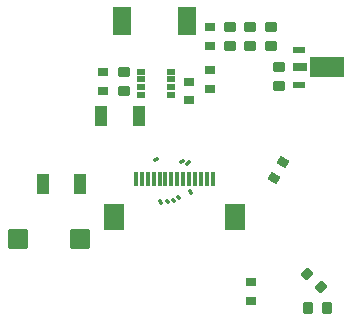
<source format=gbr>
%TF.GenerationSoftware,KiCad,Pcbnew,(6.0.1)*%
%TF.CreationDate,2022-12-05T15:25:32+08:00*%
%TF.ProjectId,IMU_base_V7.1,494d555f-6261-4736-955f-56372e312e6b,rev?*%
%TF.SameCoordinates,Original*%
%TF.FileFunction,Paste,Bot*%
%TF.FilePolarity,Positive*%
%FSLAX46Y46*%
G04 Gerber Fmt 4.6, Leading zero omitted, Abs format (unit mm)*
G04 Created by KiCad (PCBNEW (6.0.1)) date 2022-12-05 15:25:32*
%MOMM*%
%LPD*%
G01*
G04 APERTURE LIST*
G04 Aperture macros list*
%AMRoundRect*
0 Rectangle with rounded corners*
0 $1 Rounding radius*
0 $2 $3 $4 $5 $6 $7 $8 $9 X,Y pos of 4 corners*
0 Add a 4 corners polygon primitive as box body*
4,1,4,$2,$3,$4,$5,$6,$7,$8,$9,$2,$3,0*
0 Add four circle primitives for the rounded corners*
1,1,$1+$1,$2,$3*
1,1,$1+$1,$4,$5*
1,1,$1+$1,$6,$7*
1,1,$1+$1,$8,$9*
0 Add four rect primitives between the rounded corners*
20,1,$1+$1,$2,$3,$4,$5,0*
20,1,$1+$1,$4,$5,$6,$7,0*
20,1,$1+$1,$6,$7,$8,$9,0*
20,1,$1+$1,$8,$9,$2,$3,0*%
G04 Aperture macros list end*
%ADD10C,0.300000*%
%ADD11RoundRect,0.000000X0.400000X0.320000X-0.400000X0.320000X-0.400000X-0.320000X0.400000X-0.320000X0*%
%ADD12R,1.500000X2.400000*%
%ADD13RoundRect,0.000000X0.340000X-0.425000X0.340000X0.425000X-0.340000X0.425000X-0.340000X-0.425000X0*%
%ADD14RoundRect,0.000000X-0.425000X-0.340000X0.425000X-0.340000X0.425000X0.340000X-0.425000X0.340000X0*%
%ADD15RoundRect,0.000000X0.056569X0.509117X-0.509117X-0.056569X-0.056569X-0.509117X0.509117X0.056569X0*%
%ADD16RoundRect,0.000000X-0.400000X-0.320000X0.400000X-0.320000X0.400000X0.320000X-0.400000X0.320000X0*%
%ADD17RoundRect,0.000000X-0.297500X-0.170000X0.297500X-0.170000X0.297500X0.170000X-0.297500X0.170000X0*%
%ADD18RoundRect,0.000000X0.506410X0.077128X-0.186410X0.477128X-0.506410X-0.077128X0.186410X-0.477128X0*%
%ADD19RoundRect,0.000000X0.480000X-0.248000X0.480000X0.248000X-0.480000X0.248000X-0.480000X-0.248000X0*%
%ADD20RoundRect,0.000000X0.552500X-0.263500X0.552500X0.263500X-0.552500X0.263500X-0.552500X-0.263500X0*%
%ADD21RoundRect,0.000000X1.381250X-0.807500X1.381250X0.807500X-1.381250X0.807500X-1.381250X-0.807500X0*%
%ADD22RoundRect,0.000000X0.495000X-0.787500X0.495000X0.787500X-0.495000X0.787500X-0.495000X-0.787500X0*%
%ADD23RoundRect,0.000000X0.425000X0.340000X-0.425000X0.340000X-0.425000X-0.340000X0.425000X-0.340000X0*%
%ADD24RoundRect,0.000000X0.800000X0.800000X-0.800000X0.800000X-0.800000X-0.800000X0.800000X-0.800000X0*%
%ADD25RoundRect,0.000000X-0.495000X0.787500X-0.495000X-0.787500X0.495000X-0.787500X0.495000X0.787500X0*%
%ADD26R,0.300000X1.300000*%
%ADD27R,1.800000X2.200000*%
G04 APERTURE END LIST*
D10*
X167250000Y-88200000D02*
X167150000Y-88100000D01*
X166200000Y-88650000D02*
X166100000Y-88550000D01*
X165800000Y-88900000D02*
X165700000Y-88800000D01*
X165300000Y-89000000D02*
X165200000Y-88900000D01*
X164700000Y-89050000D02*
X164600000Y-88950000D01*
X166900000Y-85750000D02*
X167000000Y-85650000D01*
X166400000Y-85600000D02*
X166500000Y-85500000D01*
X164200000Y-85450000D02*
X164300000Y-85350000D01*
D11*
%TO.C,R8*%
X168800000Y-74200000D03*
X168800000Y-75800000D03*
%TD*%
D12*
%TO.C,22uH*%
X166850000Y-73700000D03*
X161350000Y-73700000D03*
%TD*%
D13*
%TO.C,C3*%
X178750000Y-98000000D03*
X177150000Y-98000000D03*
%TD*%
D14*
%TO.C,C13*%
X172200000Y-74200000D03*
X172200000Y-75800000D03*
%TD*%
D15*
%TO.C,R1*%
X177068630Y-95068630D03*
X178200000Y-96200000D03*
%TD*%
D16*
%TO.C,R5*%
X159800000Y-79600000D03*
X159800000Y-78000000D03*
%TD*%
D11*
%TO.C,R3*%
X172250000Y-95800000D03*
X172250000Y-97400000D03*
%TD*%
D14*
%TO.C,C8*%
X174000000Y-75800000D03*
X174000000Y-74200000D03*
%TD*%
D17*
%TO.C,U3*%
X165500000Y-77950000D03*
X165500000Y-78600000D03*
X165500000Y-79250000D03*
X165500000Y-79900000D03*
X163000000Y-79900000D03*
X163000000Y-79250000D03*
X163000000Y-78600000D03*
X163000000Y-77950000D03*
%TD*%
D18*
%TO.C,R11*%
X175000000Y-85600000D03*
X174200000Y-86985640D03*
%TD*%
D16*
%TO.C,R4*%
X167000000Y-80400000D03*
X167000000Y-78800000D03*
%TD*%
D19*
%TO.C,U1*%
X176358700Y-76100000D03*
D20*
X176408700Y-77600000D03*
D21*
X178733700Y-77600000D03*
D19*
X176358700Y-79100000D03*
%TD*%
D22*
%TO.C,C7*%
X157850000Y-87500000D03*
X154650000Y-87500000D03*
%TD*%
D14*
%TO.C,C9*%
X174700000Y-77600000D03*
X174700000Y-79200000D03*
%TD*%
D16*
%TO.C,R9*%
X168800000Y-79400000D03*
X168800000Y-77800000D03*
%TD*%
D23*
%TO.C,C11*%
X161500000Y-78000000D03*
X161500000Y-79600000D03*
%TD*%
D14*
%TO.C,C12*%
X170500000Y-74200000D03*
X170500000Y-75800000D03*
%TD*%
D24*
%TO.C,D1*%
X157800000Y-92150000D03*
X152550000Y-92150000D03*
%TD*%
D25*
%TO.C,C10*%
X159600000Y-81700000D03*
X162800000Y-81700000D03*
%TD*%
D26*
%TO.C,J5*%
X169050000Y-87050000D03*
X168550000Y-87050000D03*
X168050000Y-87050000D03*
X167550000Y-87050000D03*
X167050000Y-87050000D03*
X166550000Y-87050000D03*
X166050000Y-87050000D03*
X165550000Y-87050000D03*
X165050000Y-87050000D03*
X164550000Y-87050000D03*
X164050000Y-87050000D03*
X163550000Y-87050000D03*
X163050000Y-87050000D03*
X162550000Y-87050000D03*
D27*
X170950000Y-90300000D03*
X160650000Y-90300000D03*
%TD*%
M02*

</source>
